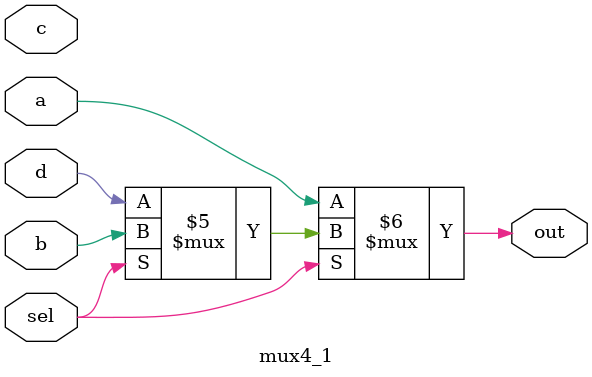
<source format=sv>
module mux_13(input[12:0] a , b ,input sel , output[12:0] out);
	assign out = (sel) ? b : a ;
endmodule

module mux_8(input[7:0] a , b , input sel , output[7:0] out);
	assign out = (sel) ? b : a ;
endmodule

module mux_2(input[1:0] a , b , input sel , output[1:0] out);
	assign out = (sel) ? b : a ;
endmodule

module mux4_1(input a , b , c , d , sel , output out);
	assign out = (sel==2'b00)? a : 
	             (sel==2'b01)? b:
	             (sel==2'b10)? c:d;
endmodule



</source>
